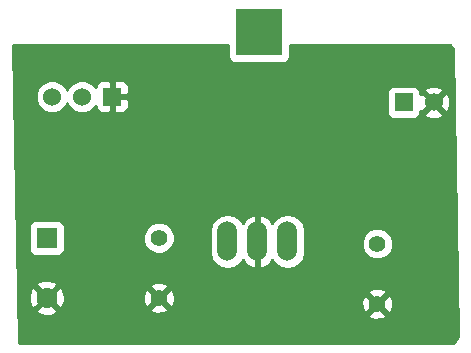
<source format=gbl>
%FSLAX34Y34*%
G04 Gerber Fmt 3.4, Leading zero omitted, Abs format*
G04 (created by PCBNEW (2014-02-26 BZR 4721)-product) date Monday, 26 January 2015 19:07:00*
%MOIN*%
G01*
G70*
G90*
G04 APERTURE LIST*
%ADD10C,0.005906*%
%ADD11C,0.055000*%
%ADD12R,0.060000X0.060000*%
%ADD13C,0.060000*%
%ADD14O,0.066000X0.132000*%
%ADD15R,0.070000X0.070000*%
%ADD16C,0.070000*%
%ADD17R,0.157480X0.157480*%
%ADD18C,0.010000*%
G04 APERTURE END LIST*
G54D10*
G54D11*
X68503Y-48606D03*
X68503Y-50606D03*
X75787Y-48803D03*
X75787Y-50803D03*
G54D12*
X76665Y-44094D03*
G54D13*
X77665Y-44094D03*
G54D14*
X70792Y-48729D03*
X71792Y-48729D03*
X72792Y-48729D03*
G54D15*
X64763Y-48606D03*
G54D16*
X64763Y-50606D03*
G54D12*
X66944Y-43897D03*
G54D13*
X65944Y-43897D03*
X64944Y-43897D03*
G54D17*
X71850Y-41732D03*
G54D10*
G36*
X78487Y-51882D02*
X78331Y-52115D01*
X78220Y-52115D01*
X78220Y-44176D01*
X78209Y-43957D01*
X78146Y-43806D01*
X78051Y-43779D01*
X77980Y-43849D01*
X77980Y-43708D01*
X77953Y-43613D01*
X77747Y-43539D01*
X77528Y-43550D01*
X77377Y-43613D01*
X77350Y-43708D01*
X77665Y-44023D01*
X77980Y-43708D01*
X77980Y-43849D01*
X77736Y-44094D01*
X78051Y-44409D01*
X78146Y-44382D01*
X78220Y-44176D01*
X78220Y-52115D01*
X77980Y-52115D01*
X77980Y-44480D01*
X77665Y-44165D01*
X77594Y-44235D01*
X77594Y-44094D01*
X77279Y-43779D01*
X77215Y-43797D01*
X77215Y-43744D01*
X77177Y-43652D01*
X77106Y-43582D01*
X77015Y-43544D01*
X76915Y-43544D01*
X76315Y-43544D01*
X76223Y-43582D01*
X76153Y-43652D01*
X76115Y-43744D01*
X76115Y-43844D01*
X76115Y-44444D01*
X76153Y-44536D01*
X76223Y-44606D01*
X76315Y-44644D01*
X76415Y-44644D01*
X77015Y-44644D01*
X77106Y-44606D01*
X77177Y-44536D01*
X77215Y-44444D01*
X77215Y-44391D01*
X77279Y-44409D01*
X77594Y-44094D01*
X77594Y-44235D01*
X77350Y-44480D01*
X77377Y-44575D01*
X77583Y-44649D01*
X77802Y-44638D01*
X77953Y-44575D01*
X77980Y-44480D01*
X77980Y-52115D01*
X76317Y-52115D01*
X76317Y-50878D01*
X76312Y-50790D01*
X76312Y-48699D01*
X76232Y-48506D01*
X76085Y-48358D01*
X75892Y-48278D01*
X75683Y-48278D01*
X75490Y-48357D01*
X75342Y-48505D01*
X75262Y-48698D01*
X75262Y-48907D01*
X75342Y-49100D01*
X75489Y-49247D01*
X75682Y-49328D01*
X75891Y-49328D01*
X76084Y-49248D01*
X76232Y-49100D01*
X76312Y-48908D01*
X76312Y-48699D01*
X76312Y-50790D01*
X76305Y-50670D01*
X76247Y-50530D01*
X76155Y-50506D01*
X76084Y-50576D01*
X76084Y-50435D01*
X76060Y-50342D01*
X75863Y-50273D01*
X75654Y-50284D01*
X75514Y-50342D01*
X75490Y-50435D01*
X75787Y-50732D01*
X76084Y-50435D01*
X76084Y-50576D01*
X75858Y-50803D01*
X76155Y-51100D01*
X76247Y-51075D01*
X76317Y-50878D01*
X76317Y-52115D01*
X76084Y-52115D01*
X76084Y-51170D01*
X75787Y-50873D01*
X75716Y-50944D01*
X75716Y-50803D01*
X75419Y-50506D01*
X75326Y-50530D01*
X75257Y-50727D01*
X75268Y-50935D01*
X75326Y-51075D01*
X75419Y-51100D01*
X75716Y-50803D01*
X75716Y-50944D01*
X75490Y-51170D01*
X75514Y-51263D01*
X75711Y-51333D01*
X75920Y-51321D01*
X76060Y-51263D01*
X76084Y-51170D01*
X76084Y-52115D01*
X73372Y-52115D01*
X73372Y-49077D01*
X73372Y-48381D01*
X73328Y-48159D01*
X73202Y-47971D01*
X73014Y-47845D01*
X72792Y-47801D01*
X72570Y-47845D01*
X72382Y-47971D01*
X72290Y-48108D01*
X72166Y-47953D01*
X71967Y-47844D01*
X71931Y-47836D01*
X71842Y-47884D01*
X71842Y-48679D01*
X71850Y-48679D01*
X71850Y-48779D01*
X71842Y-48779D01*
X71842Y-49574D01*
X71931Y-49622D01*
X71967Y-49614D01*
X72166Y-49504D01*
X72290Y-49350D01*
X72382Y-49487D01*
X72570Y-49613D01*
X72792Y-49657D01*
X73014Y-49613D01*
X73202Y-49487D01*
X73328Y-49299D01*
X73372Y-49077D01*
X73372Y-52115D01*
X71742Y-52115D01*
X71742Y-49574D01*
X71742Y-48779D01*
X71734Y-48779D01*
X71734Y-48679D01*
X71742Y-48679D01*
X71742Y-47884D01*
X71652Y-47836D01*
X71616Y-47844D01*
X71417Y-47953D01*
X71293Y-48108D01*
X71202Y-47971D01*
X71014Y-47845D01*
X70792Y-47801D01*
X70570Y-47845D01*
X70382Y-47971D01*
X70256Y-48159D01*
X70212Y-48381D01*
X70212Y-49077D01*
X70256Y-49299D01*
X70382Y-49487D01*
X70570Y-49613D01*
X70792Y-49657D01*
X71014Y-49613D01*
X71202Y-49487D01*
X71293Y-49350D01*
X71417Y-49504D01*
X71616Y-49614D01*
X71652Y-49622D01*
X71742Y-49574D01*
X71742Y-52115D01*
X69033Y-52115D01*
X69033Y-50682D01*
X69029Y-50593D01*
X69029Y-48502D01*
X68949Y-48309D01*
X68801Y-48161D01*
X68608Y-48081D01*
X68399Y-48081D01*
X68206Y-48160D01*
X68059Y-48308D01*
X67979Y-48501D01*
X67978Y-48710D01*
X68058Y-48903D01*
X68206Y-49051D01*
X68399Y-49131D01*
X68607Y-49131D01*
X68800Y-49051D01*
X68948Y-48904D01*
X69028Y-48711D01*
X69029Y-48502D01*
X69029Y-50593D01*
X69022Y-50473D01*
X68964Y-50333D01*
X68871Y-50309D01*
X68801Y-50379D01*
X68801Y-50238D01*
X68776Y-50145D01*
X68579Y-50076D01*
X68371Y-50087D01*
X68231Y-50145D01*
X68206Y-50238D01*
X68503Y-50535D01*
X68801Y-50238D01*
X68801Y-50379D01*
X68574Y-50606D01*
X68871Y-50903D01*
X68964Y-50879D01*
X69033Y-50682D01*
X69033Y-52115D01*
X68801Y-52115D01*
X68801Y-50974D01*
X68503Y-50677D01*
X68433Y-50747D01*
X68433Y-50606D01*
X68136Y-50309D01*
X68043Y-50333D01*
X67974Y-50530D01*
X67985Y-50739D01*
X68043Y-50879D01*
X68136Y-50903D01*
X68433Y-50606D01*
X68433Y-50747D01*
X68206Y-50974D01*
X68231Y-51066D01*
X68428Y-51136D01*
X68636Y-51124D01*
X68776Y-51066D01*
X68801Y-50974D01*
X68801Y-52115D01*
X67494Y-52115D01*
X67494Y-44247D01*
X67494Y-44147D01*
X67494Y-44010D01*
X67494Y-43785D01*
X67494Y-43647D01*
X67494Y-43547D01*
X67456Y-43456D01*
X67386Y-43385D01*
X67294Y-43347D01*
X67057Y-43347D01*
X66994Y-43410D01*
X66994Y-43847D01*
X67432Y-43847D01*
X67494Y-43785D01*
X67494Y-44010D01*
X67432Y-43947D01*
X66994Y-43947D01*
X66994Y-44385D01*
X67057Y-44447D01*
X67294Y-44447D01*
X67386Y-44409D01*
X67456Y-44339D01*
X67494Y-44247D01*
X67494Y-52115D01*
X66894Y-52115D01*
X66894Y-44385D01*
X66894Y-43947D01*
X66887Y-43947D01*
X66887Y-43847D01*
X66894Y-43847D01*
X66894Y-43410D01*
X66832Y-43347D01*
X66595Y-43347D01*
X66503Y-43385D01*
X66432Y-43456D01*
X66394Y-43547D01*
X66394Y-43569D01*
X66256Y-43431D01*
X66054Y-43347D01*
X65835Y-43347D01*
X65633Y-43431D01*
X65478Y-43585D01*
X65444Y-43667D01*
X65411Y-43586D01*
X65256Y-43431D01*
X65054Y-43347D01*
X64835Y-43347D01*
X64633Y-43431D01*
X64478Y-43585D01*
X64394Y-43787D01*
X64394Y-44006D01*
X64478Y-44208D01*
X64632Y-44363D01*
X64835Y-44447D01*
X65053Y-44447D01*
X65256Y-44364D01*
X65410Y-44209D01*
X65444Y-44127D01*
X65478Y-44208D01*
X65632Y-44363D01*
X65835Y-44447D01*
X66053Y-44447D01*
X66256Y-44364D01*
X66394Y-44225D01*
X66394Y-44247D01*
X66432Y-44339D01*
X66503Y-44409D01*
X66595Y-44447D01*
X66832Y-44447D01*
X66894Y-44385D01*
X66894Y-52115D01*
X65368Y-52115D01*
X65368Y-50700D01*
X65363Y-50593D01*
X65363Y-49006D01*
X65363Y-48906D01*
X65363Y-48206D01*
X65325Y-48114D01*
X65255Y-48044D01*
X65163Y-48006D01*
X65064Y-48006D01*
X64364Y-48006D01*
X64272Y-48044D01*
X64201Y-48114D01*
X64163Y-48206D01*
X64163Y-48306D01*
X64163Y-49006D01*
X64201Y-49097D01*
X64272Y-49168D01*
X64364Y-49206D01*
X64463Y-49206D01*
X65163Y-49206D01*
X65255Y-49168D01*
X65325Y-49097D01*
X65363Y-49006D01*
X65363Y-50593D01*
X65358Y-50461D01*
X65286Y-50288D01*
X65185Y-50254D01*
X65115Y-50325D01*
X65115Y-50184D01*
X65081Y-50083D01*
X64857Y-50001D01*
X64619Y-50011D01*
X64445Y-50083D01*
X64412Y-50184D01*
X64763Y-50535D01*
X65115Y-50184D01*
X65115Y-50325D01*
X64834Y-50606D01*
X65185Y-50957D01*
X65286Y-50924D01*
X65368Y-50700D01*
X65368Y-52115D01*
X65115Y-52115D01*
X65115Y-51028D01*
X64763Y-50677D01*
X64693Y-50747D01*
X64693Y-50606D01*
X64341Y-50254D01*
X64241Y-50288D01*
X64159Y-50512D01*
X64169Y-50751D01*
X64241Y-50924D01*
X64341Y-50957D01*
X64693Y-50606D01*
X64693Y-50747D01*
X64412Y-51028D01*
X64445Y-51128D01*
X64670Y-51210D01*
X64908Y-51200D01*
X65081Y-51128D01*
X65115Y-51028D01*
X65115Y-52115D01*
X63828Y-52115D01*
X63633Y-42175D01*
X70812Y-42175D01*
X70812Y-42569D01*
X70851Y-42661D01*
X70921Y-42731D01*
X71013Y-42769D01*
X71112Y-42769D01*
X72687Y-42769D01*
X72779Y-42731D01*
X72849Y-42661D01*
X72887Y-42569D01*
X72887Y-42469D01*
X72887Y-42175D01*
X78200Y-42175D01*
X78300Y-42325D01*
X78487Y-51882D01*
X78487Y-51882D01*
G37*
G54D18*
X78487Y-51882D02*
X78331Y-52115D01*
X78220Y-52115D01*
X78220Y-44176D01*
X78209Y-43957D01*
X78146Y-43806D01*
X78051Y-43779D01*
X77980Y-43849D01*
X77980Y-43708D01*
X77953Y-43613D01*
X77747Y-43539D01*
X77528Y-43550D01*
X77377Y-43613D01*
X77350Y-43708D01*
X77665Y-44023D01*
X77980Y-43708D01*
X77980Y-43849D01*
X77736Y-44094D01*
X78051Y-44409D01*
X78146Y-44382D01*
X78220Y-44176D01*
X78220Y-52115D01*
X77980Y-52115D01*
X77980Y-44480D01*
X77665Y-44165D01*
X77594Y-44235D01*
X77594Y-44094D01*
X77279Y-43779D01*
X77215Y-43797D01*
X77215Y-43744D01*
X77177Y-43652D01*
X77106Y-43582D01*
X77015Y-43544D01*
X76915Y-43544D01*
X76315Y-43544D01*
X76223Y-43582D01*
X76153Y-43652D01*
X76115Y-43744D01*
X76115Y-43844D01*
X76115Y-44444D01*
X76153Y-44536D01*
X76223Y-44606D01*
X76315Y-44644D01*
X76415Y-44644D01*
X77015Y-44644D01*
X77106Y-44606D01*
X77177Y-44536D01*
X77215Y-44444D01*
X77215Y-44391D01*
X77279Y-44409D01*
X77594Y-44094D01*
X77594Y-44235D01*
X77350Y-44480D01*
X77377Y-44575D01*
X77583Y-44649D01*
X77802Y-44638D01*
X77953Y-44575D01*
X77980Y-44480D01*
X77980Y-52115D01*
X76317Y-52115D01*
X76317Y-50878D01*
X76312Y-50790D01*
X76312Y-48699D01*
X76232Y-48506D01*
X76085Y-48358D01*
X75892Y-48278D01*
X75683Y-48278D01*
X75490Y-48357D01*
X75342Y-48505D01*
X75262Y-48698D01*
X75262Y-48907D01*
X75342Y-49100D01*
X75489Y-49247D01*
X75682Y-49328D01*
X75891Y-49328D01*
X76084Y-49248D01*
X76232Y-49100D01*
X76312Y-48908D01*
X76312Y-48699D01*
X76312Y-50790D01*
X76305Y-50670D01*
X76247Y-50530D01*
X76155Y-50506D01*
X76084Y-50576D01*
X76084Y-50435D01*
X76060Y-50342D01*
X75863Y-50273D01*
X75654Y-50284D01*
X75514Y-50342D01*
X75490Y-50435D01*
X75787Y-50732D01*
X76084Y-50435D01*
X76084Y-50576D01*
X75858Y-50803D01*
X76155Y-51100D01*
X76247Y-51075D01*
X76317Y-50878D01*
X76317Y-52115D01*
X76084Y-52115D01*
X76084Y-51170D01*
X75787Y-50873D01*
X75716Y-50944D01*
X75716Y-50803D01*
X75419Y-50506D01*
X75326Y-50530D01*
X75257Y-50727D01*
X75268Y-50935D01*
X75326Y-51075D01*
X75419Y-51100D01*
X75716Y-50803D01*
X75716Y-50944D01*
X75490Y-51170D01*
X75514Y-51263D01*
X75711Y-51333D01*
X75920Y-51321D01*
X76060Y-51263D01*
X76084Y-51170D01*
X76084Y-52115D01*
X73372Y-52115D01*
X73372Y-49077D01*
X73372Y-48381D01*
X73328Y-48159D01*
X73202Y-47971D01*
X73014Y-47845D01*
X72792Y-47801D01*
X72570Y-47845D01*
X72382Y-47971D01*
X72290Y-48108D01*
X72166Y-47953D01*
X71967Y-47844D01*
X71931Y-47836D01*
X71842Y-47884D01*
X71842Y-48679D01*
X71850Y-48679D01*
X71850Y-48779D01*
X71842Y-48779D01*
X71842Y-49574D01*
X71931Y-49622D01*
X71967Y-49614D01*
X72166Y-49504D01*
X72290Y-49350D01*
X72382Y-49487D01*
X72570Y-49613D01*
X72792Y-49657D01*
X73014Y-49613D01*
X73202Y-49487D01*
X73328Y-49299D01*
X73372Y-49077D01*
X73372Y-52115D01*
X71742Y-52115D01*
X71742Y-49574D01*
X71742Y-48779D01*
X71734Y-48779D01*
X71734Y-48679D01*
X71742Y-48679D01*
X71742Y-47884D01*
X71652Y-47836D01*
X71616Y-47844D01*
X71417Y-47953D01*
X71293Y-48108D01*
X71202Y-47971D01*
X71014Y-47845D01*
X70792Y-47801D01*
X70570Y-47845D01*
X70382Y-47971D01*
X70256Y-48159D01*
X70212Y-48381D01*
X70212Y-49077D01*
X70256Y-49299D01*
X70382Y-49487D01*
X70570Y-49613D01*
X70792Y-49657D01*
X71014Y-49613D01*
X71202Y-49487D01*
X71293Y-49350D01*
X71417Y-49504D01*
X71616Y-49614D01*
X71652Y-49622D01*
X71742Y-49574D01*
X71742Y-52115D01*
X69033Y-52115D01*
X69033Y-50682D01*
X69029Y-50593D01*
X69029Y-48502D01*
X68949Y-48309D01*
X68801Y-48161D01*
X68608Y-48081D01*
X68399Y-48081D01*
X68206Y-48160D01*
X68059Y-48308D01*
X67979Y-48501D01*
X67978Y-48710D01*
X68058Y-48903D01*
X68206Y-49051D01*
X68399Y-49131D01*
X68607Y-49131D01*
X68800Y-49051D01*
X68948Y-48904D01*
X69028Y-48711D01*
X69029Y-48502D01*
X69029Y-50593D01*
X69022Y-50473D01*
X68964Y-50333D01*
X68871Y-50309D01*
X68801Y-50379D01*
X68801Y-50238D01*
X68776Y-50145D01*
X68579Y-50076D01*
X68371Y-50087D01*
X68231Y-50145D01*
X68206Y-50238D01*
X68503Y-50535D01*
X68801Y-50238D01*
X68801Y-50379D01*
X68574Y-50606D01*
X68871Y-50903D01*
X68964Y-50879D01*
X69033Y-50682D01*
X69033Y-52115D01*
X68801Y-52115D01*
X68801Y-50974D01*
X68503Y-50677D01*
X68433Y-50747D01*
X68433Y-50606D01*
X68136Y-50309D01*
X68043Y-50333D01*
X67974Y-50530D01*
X67985Y-50739D01*
X68043Y-50879D01*
X68136Y-50903D01*
X68433Y-50606D01*
X68433Y-50747D01*
X68206Y-50974D01*
X68231Y-51066D01*
X68428Y-51136D01*
X68636Y-51124D01*
X68776Y-51066D01*
X68801Y-50974D01*
X68801Y-52115D01*
X67494Y-52115D01*
X67494Y-44247D01*
X67494Y-44147D01*
X67494Y-44010D01*
X67494Y-43785D01*
X67494Y-43647D01*
X67494Y-43547D01*
X67456Y-43456D01*
X67386Y-43385D01*
X67294Y-43347D01*
X67057Y-43347D01*
X66994Y-43410D01*
X66994Y-43847D01*
X67432Y-43847D01*
X67494Y-43785D01*
X67494Y-44010D01*
X67432Y-43947D01*
X66994Y-43947D01*
X66994Y-44385D01*
X67057Y-44447D01*
X67294Y-44447D01*
X67386Y-44409D01*
X67456Y-44339D01*
X67494Y-44247D01*
X67494Y-52115D01*
X66894Y-52115D01*
X66894Y-44385D01*
X66894Y-43947D01*
X66887Y-43947D01*
X66887Y-43847D01*
X66894Y-43847D01*
X66894Y-43410D01*
X66832Y-43347D01*
X66595Y-43347D01*
X66503Y-43385D01*
X66432Y-43456D01*
X66394Y-43547D01*
X66394Y-43569D01*
X66256Y-43431D01*
X66054Y-43347D01*
X65835Y-43347D01*
X65633Y-43431D01*
X65478Y-43585D01*
X65444Y-43667D01*
X65411Y-43586D01*
X65256Y-43431D01*
X65054Y-43347D01*
X64835Y-43347D01*
X64633Y-43431D01*
X64478Y-43585D01*
X64394Y-43787D01*
X64394Y-44006D01*
X64478Y-44208D01*
X64632Y-44363D01*
X64835Y-44447D01*
X65053Y-44447D01*
X65256Y-44364D01*
X65410Y-44209D01*
X65444Y-44127D01*
X65478Y-44208D01*
X65632Y-44363D01*
X65835Y-44447D01*
X66053Y-44447D01*
X66256Y-44364D01*
X66394Y-44225D01*
X66394Y-44247D01*
X66432Y-44339D01*
X66503Y-44409D01*
X66595Y-44447D01*
X66832Y-44447D01*
X66894Y-44385D01*
X66894Y-52115D01*
X65368Y-52115D01*
X65368Y-50700D01*
X65363Y-50593D01*
X65363Y-49006D01*
X65363Y-48906D01*
X65363Y-48206D01*
X65325Y-48114D01*
X65255Y-48044D01*
X65163Y-48006D01*
X65064Y-48006D01*
X64364Y-48006D01*
X64272Y-48044D01*
X64201Y-48114D01*
X64163Y-48206D01*
X64163Y-48306D01*
X64163Y-49006D01*
X64201Y-49097D01*
X64272Y-49168D01*
X64364Y-49206D01*
X64463Y-49206D01*
X65163Y-49206D01*
X65255Y-49168D01*
X65325Y-49097D01*
X65363Y-49006D01*
X65363Y-50593D01*
X65358Y-50461D01*
X65286Y-50288D01*
X65185Y-50254D01*
X65115Y-50325D01*
X65115Y-50184D01*
X65081Y-50083D01*
X64857Y-50001D01*
X64619Y-50011D01*
X64445Y-50083D01*
X64412Y-50184D01*
X64763Y-50535D01*
X65115Y-50184D01*
X65115Y-50325D01*
X64834Y-50606D01*
X65185Y-50957D01*
X65286Y-50924D01*
X65368Y-50700D01*
X65368Y-52115D01*
X65115Y-52115D01*
X65115Y-51028D01*
X64763Y-50677D01*
X64693Y-50747D01*
X64693Y-50606D01*
X64341Y-50254D01*
X64241Y-50288D01*
X64159Y-50512D01*
X64169Y-50751D01*
X64241Y-50924D01*
X64341Y-50957D01*
X64693Y-50606D01*
X64693Y-50747D01*
X64412Y-51028D01*
X64445Y-51128D01*
X64670Y-51210D01*
X64908Y-51200D01*
X65081Y-51128D01*
X65115Y-51028D01*
X65115Y-52115D01*
X63828Y-52115D01*
X63633Y-42175D01*
X70812Y-42175D01*
X70812Y-42569D01*
X70851Y-42661D01*
X70921Y-42731D01*
X71013Y-42769D01*
X71112Y-42769D01*
X72687Y-42769D01*
X72779Y-42731D01*
X72849Y-42661D01*
X72887Y-42569D01*
X72887Y-42469D01*
X72887Y-42175D01*
X78200Y-42175D01*
X78300Y-42325D01*
X78487Y-51882D01*
M02*

</source>
